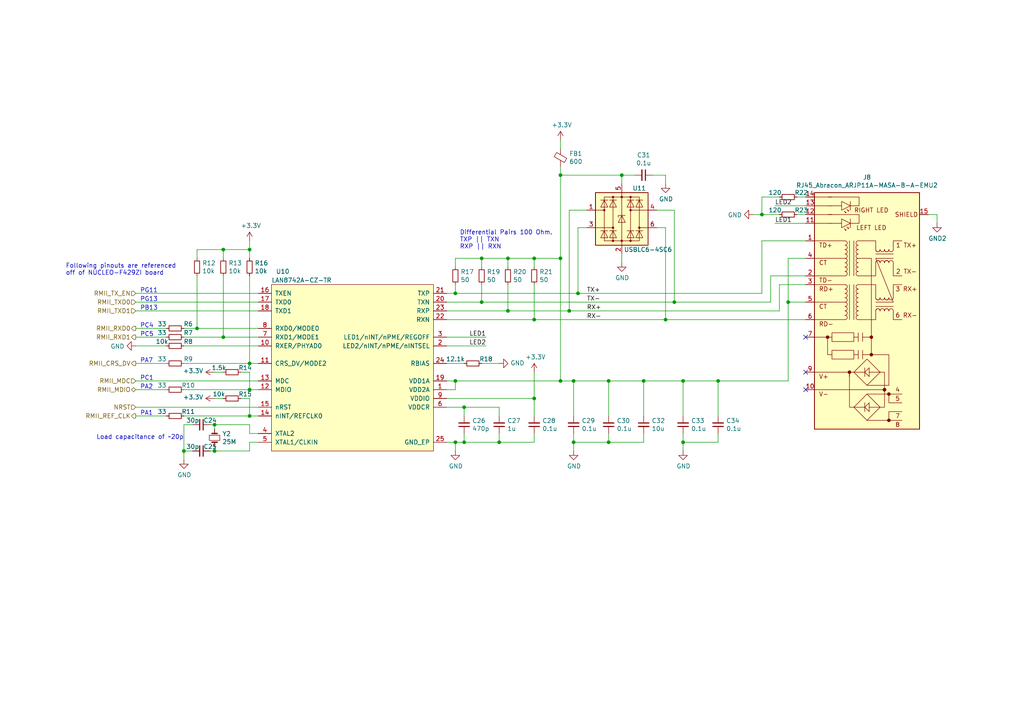
<source format=kicad_sch>
(kicad_sch (version 20230121) (generator eeschema)
  (paper "A4")
  (lib_symbols
    (symbol "Connector:RJ45_Abracon_ARJP11A-MASA-B-A-EMU2" (pin_names (offset 1.016) hide)
      (property "Reference" "J" (at 0 -38.1 0))
      (property "Value" "RJ45_Abracon_ARJP11A-MASA-B-A-EMU2" (at 0 -35.56 0))
      (symbol "RJ45_Abracon_ARJP11A-MASA-B-A-EMU2_0_0"
        (rectangle (start -15.24 -34.29) (end 15.24 34.29) (stroke (width 0.254)) (fill (type background)))
        (rectangle (start -3.81 8.89) (end -10.16 6.35))
        (polyline (pts (xy -15.24 -33.02) (xy -10.16 -33.02)))
        (polyline (pts (xy -15.24 -30.48) (xy -10.16 -30.48)))
        (polyline (pts (xy -15.24 -27.94) (xy -10.16 -27.94)))
        (polyline (pts (xy -15.24 -25.4) (xy -10.16 -25.4)))
        (polyline (pts (xy -15.24 -20.32) (xy -10.16 -20.32)))
        (polyline (pts (xy -15.24 -15.24) (xy -10.16 -15.24)))
        (polyline (pts (xy -15.24 -10.16) (xy -10.16 -10.16)))
        (polyline (pts (xy -15.24 -7.62) (xy -10.16 -7.62)))
        (polyline (pts (xy -15.24 -2.54) (xy -10.16 -2.54)))
        (polyline (pts (xy -15.24 2.54) (xy -10.16 2.54)))
        (polyline (pts (xy -15.24 22.86) (xy 5.08 22.86)))
        (polyline (pts (xy -11.43 7.62) (xy -15.24 7.62)))
        (polyline (pts (xy -11.176 -25.4) (xy -7.366 -25.4)))
        (polyline (pts (xy -10.16 7.62) (xy -11.43 7.62)))
        (polyline (pts (xy -5.08 17.78) (xy -15.24 17.78)))
        (polyline (pts (xy -5.08 17.78) (xy -3.81 17.78)))
        (polyline (pts (xy -5.08 19.05) (xy -5.08 17.78)))
        (polyline (pts (xy -3.81 7.62) (xy -2.54 7.62)))
        (polyline (pts (xy -3.81 12.7) (xy -2.54 12.7)))
        (polyline (pts (xy -2.54 8.89) (xy -2.54 6.35)))
        (polyline (pts (xy -1.27 8.89) (xy -1.27 6.35)))
        (polyline (pts (xy -1.27 13.97) (xy -1.27 11.43)))
        (polyline (pts (xy 0 21.59) (xy 6.35 21.59)))
        (polyline (pts (xy 0 24.13) (xy 10.16 24.13)))
        (polyline (pts (xy 0 31.75) (xy 10.16 31.75)))
        (polyline (pts (xy 1.27 10.16) (xy 1.27 12.7)))
        (polyline (pts (xy -10.16 12.7) (xy -11.43 12.7) (xy -11.43 7.62)))
        (polyline (pts (xy -3.81 27.94) (xy -5.08 27.94) (xy -5.08 17.78)))
        (polyline (pts (xy -1.27 12.7) (xy 0 12.7) (xy 1.27 12.7)))
        (polyline (pts (xy 1.27 12.7) (xy 6.35 12.7) (xy 6.35 21.59)))
        (polyline (pts (xy 6.35 24.13) (xy 6.35 26.67) (xy 10.16 26.67)))
        (polyline (pts (xy 6.35 31.75) (xy 6.35 29.21) (xy 10.16 29.21)))
        (polyline (pts (xy -4.826 -25.4) (xy -2.286 -25.4) (xy -2.286 -27.94) (xy -11.176 -27.94)))
        (polyline (pts (xy -2.54 -15.24) (xy -1.27 -15.24) (xy 1.27 -15.24) (xy 1.27 10.16)))
        (polyline (pts (xy 3.81 17.78) (xy 5.08 17.78) (xy 5.08 27.94) (xy 3.81 27.94)))
        (polyline (pts (xy -3.81 17.78) (xy 0 13.97) (xy 3.81 17.78) (xy 0 21.59) (xy -3.81 17.78)))
        (circle (center 1.27 7.62) (radius 0.0001) (stroke (width 0.508)))
        (text "1 TX+" (at 11.43 -19.05 0) (effects (font (size 1.27 1.27))))
        (text "2 TX-" (at 11.43 -11.43 0) (effects (font (size 1.27 1.27))))
        (text "3 RX+" (at 11.43 -6.35 0) (effects (font (size 1.27 1.27))))
        (text "4" (at 8.89 22.86 0) (effects (font (size 1.27 1.27))))
        (text "5" (at 8.89 25.4 0) (effects (font (size 1.27 1.27))))
        (text "6 RX-" (at 11.43 1.27 0) (effects (font (size 1.27 1.27))))
        (text "7" (at 8.89 30.48 0) (effects (font (size 1.27 1.27))))
        (text "8" (at 8.89 33.02 0) (effects (font (size 1.27 1.27))))
        (text "CT" (at -13.97 -1.27 0) (effects (font (size 1.27 1.27)) (justify left)))
        (text "LEFT LED" (at 1.27 -24.13 0) (effects (font (size 1.27 1.27))))
        (text "RD-" (at -13.97 3.81 0) (effects (font (size 1.27 1.27)) (justify left)))
        (text "SHIELD" (at 11.43 -27.94 0) (effects (font (size 1.27 1.27))))
        (text "V+" (at -13.97 19.05 0) (effects (font (size 1.27 1.27)) (justify left)))
        (text "V-" (at -13.97 24.13 0) (effects (font (size 1.27 1.27)) (justify left)))
      )
      (symbol "RJ45_Abracon_ARJP11A-MASA-B-A-EMU2_0_1"
        (arc (start -6.35 -16.51) (mid -5.7177 -15.875) (end -6.35 -15.24))
        (arc (start -6.35 -15.24) (mid -5.7177 -14.605) (end -6.35 -13.97))
        (arc (start -6.35 -13.97) (mid -6.35 -13.97) (end -6.35 -13.97))
        (arc (start -6.35 -11.43) (mid -5.7177 -10.795) (end -6.35 -10.16))
        (polyline (pts (xy -6.35 -20.32) (xy -10.16 -20.32)))
        (polyline (pts (xy -6.35 -15.24) (xy -10.16 -15.24)))
        (polyline (pts (xy -6.35 -10.16) (xy -10.16 -10.16)))
        (polyline (pts (xy -6.35 -7.62) (xy -10.16 -7.62)))
        (polyline (pts (xy -6.35 -2.54) (xy -10.16 -2.54)))
        (polyline (pts (xy -6.35 2.54) (xy -10.16 2.54)))
        (polyline (pts (xy -6.096 -28.448) (xy -6.35 -28.448)))
        (polyline (pts (xy -5.334 -28.956) (xy -5.588 -28.956)))
        (polyline (pts (xy -4.826 -24.13) (xy -4.826 -26.67)))
        (polyline (pts (xy -1.27 7.62) (xy 1.27 7.62)))
        (polyline (pts (xy -0.635 17.78) (xy -3.81 17.78)))
        (polyline (pts (xy -0.635 19.05) (xy -0.635 16.51)))
        (polyline (pts (xy 0.635 17.78) (xy 3.81 17.78)))
        (polyline (pts (xy -6.604 -28.956) (xy -6.096 -28.448) (xy -6.096 -28.702)))
        (polyline (pts (xy -5.842 -29.464) (xy -5.334 -28.956) (xy -5.334 -29.21)))
        (polyline (pts (xy -7.366 -24.13) (xy -7.366 -26.67) (xy -4.826 -25.4) (xy -7.366 -24.13)))
        (polyline (pts (xy 0.635 19.05) (xy 0.635 16.51) (xy -0.635 17.78) (xy 0.635 19.05)))
      )
      (symbol "RJ45_Abracon_ARJP11A-MASA-B-A-EMU2_1_1"
        (circle (center -11.43 7.62) (radius 0.0001) (stroke (width 0.508)))
        (arc (start -6.35 -20.32) (mid -5.7177 -19.685) (end -6.35 -19.05))
        (arc (start -6.35 -19.05) (mid -5.7177 -18.415) (end -6.35 -17.78))
        (arc (start -6.35 -17.78) (mid -6.35 -17.78) (end -6.35 -17.78))
        (arc (start -6.35 -17.78) (mid -5.7177 -17.145) (end -6.35 -16.51))
        (arc (start -6.35 -13.97) (mid -5.7177 -13.335) (end -6.35 -12.7))
        (arc (start -6.35 -12.7) (mid -5.7177 -12.065) (end -6.35 -11.43))
        (arc (start -6.35 -7.62) (mid -5.7177 -6.985) (end -6.35 -6.35))
        (arc (start -6.35 -6.35) (mid -5.7177 -5.715) (end -6.35 -5.08))
        (arc (start -6.35 -5.08) (mid -6.35 -5.08) (end -6.35 -5.08))
        (arc (start -6.35 -5.08) (mid -5.7177 -4.445) (end -6.35 -3.81))
        (arc (start -6.35 -3.81) (mid -6.35 -3.81) (end -6.35 -3.81))
        (arc (start -6.35 -3.81) (mid -5.7177 -3.175) (end -6.35 -2.54))
        (arc (start -6.35 -2.54) (mid -5.7177 -1.905) (end -6.35 -1.27))
        (arc (start -6.35 -1.27) (mid -5.7177 -0.635) (end -6.35 0))
        (arc (start -6.35 0) (mid -5.7177 0.635) (end -6.35 1.27))
        (arc (start -6.35 1.27) (mid -6.35 1.27) (end -6.35 1.27))
        (arc (start -6.35 1.27) (mid -5.7177 1.905) (end -6.35 2.54))
        (circle (center -5.08 17.78) (radius 0.0001) (stroke (width 0.508)))
        (rectangle (start -3.81 13.97) (end -10.16 11.43))
        (arc (start -2.54 -19.05) (mid -3.1723 -19.685) (end -2.54 -20.32))
        (arc (start -2.54 -19.05) (mid -2.54 -19.05) (end -2.54 -19.05))
        (arc (start -2.54 -17.78) (mid -3.1723 -18.415) (end -2.54 -19.05))
        (arc (start -2.54 -16.51) (mid -3.1723 -17.145) (end -2.54 -17.78))
        (arc (start -2.54 -15.24) (mid -3.1723 -15.875) (end -2.54 -16.51))
        (arc (start -2.54 -15.24) (mid -2.54 -15.24) (end -2.54 -15.24))
        (arc (start -2.54 -13.97) (mid -3.1723 -14.605) (end -2.54 -15.24))
        (arc (start -2.54 -12.7) (mid -3.1723 -13.335) (end -2.54 -13.97))
        (arc (start -2.54 -11.43) (mid -3.1723 -12.065) (end -2.54 -12.7))
        (arc (start -2.54 -10.16) (mid -3.1723 -10.795) (end -2.54 -11.43))
        (arc (start -2.54 -6.35) (mid -3.1723 -6.985) (end -2.54 -7.62))
        (arc (start -2.54 -6.35) (mid -2.54 -6.35) (end -2.54 -6.35))
        (arc (start -2.54 -5.08) (mid -3.1723 -5.715) (end -2.54 -6.35))
        (arc (start -2.54 -3.81) (mid -3.1723 -4.445) (end -2.54 -5.08))
        (arc (start -2.54 -3.81) (mid -2.54 -3.81) (end -2.54 -3.81))
        (arc (start -2.54 -2.54) (mid -3.1723 -3.175) (end -2.54 -3.81))
        (arc (start -2.54 -1.27) (mid -3.1723 -1.905) (end -2.54 -2.54))
        (arc (start -2.54 0) (mid -3.1723 -0.635) (end -2.54 -1.27))
        (arc (start -2.54 0) (mid -2.54 0) (end -2.54 0))
        (arc (start -2.54 1.27) (mid -3.1723 0.635) (end -2.54 0))
        (arc (start -2.54 2.54) (mid -3.1723 1.905) (end -2.54 1.27))
        (polyline (pts (xy -11.176 -30.48) (xy -7.366 -30.48)))
        (polyline (pts (xy -6.096 -23.368) (xy -6.35 -23.368)))
        (polyline (pts (xy -5.334 -23.876) (xy -5.588 -23.876)))
        (polyline (pts (xy -5.08 -10.16) (xy -5.08 -20.32)))
        (polyline (pts (xy -5.08 2.54) (xy -5.08 -7.62)))
        (polyline (pts (xy -4.826 -29.21) (xy -4.826 -31.75)))
        (polyline (pts (xy -3.81 -20.32) (xy -3.81 -10.16)))
        (polyline (pts (xy -3.81 -7.62) (xy -3.81 2.54)))
        (polyline (pts (xy -2.54 13.97) (xy -2.54 11.43)))
        (polyline (pts (xy -0.635 27.94) (xy -3.81 27.94)))
        (polyline (pts (xy -0.635 29.21) (xy -0.635 26.67)))
        (polyline (pts (xy 0.635 27.94) (xy 3.81 27.94)))
        (polyline (pts (xy 2.54 -16.51) (xy 7.62 -16.51)))
        (polyline (pts (xy 2.54 -15.24) (xy 7.62 -2.54)))
        (polyline (pts (xy 2.54 -2.54) (xy 7.62 -2.54)))
        (polyline (pts (xy 7.62 -15.24) (xy 2.54 -15.24)))
        (polyline (pts (xy 7.62 -1.27) (xy 2.54 -1.27)))
        (polyline (pts (xy -6.604 -23.876) (xy -6.096 -23.368) (xy -6.096 -23.622)))
        (polyline (pts (xy -5.842 -24.384) (xy -5.334 -23.876) (xy -5.334 -24.13)))
        (polyline (pts (xy -2.54 -10.16) (xy 2.54 -10.16) (xy 2.54 -13.97)))
        (polyline (pts (xy -2.54 -7.62) (xy 2.54 -7.62) (xy 2.54 -3.81)))
        (polyline (pts (xy -2.54 2.54) (xy 2.54 2.54) (xy 2.54 0)))
        (polyline (pts (xy 2.54 -17.78) (xy 2.54 -20.32) (xy -2.54 -20.32)))
        (polyline (pts (xy 7.62 -17.78) (xy 7.62 -20.32) (xy 10.16 -20.32)))
        (polyline (pts (xy 7.62 -13.97) (xy 7.62 -10.16) (xy 10.16 -10.16)))
        (polyline (pts (xy 7.62 -3.81) (xy 7.62 -7.62) (xy 10.16 -7.62)))
        (polyline (pts (xy 7.62 0) (xy 7.62 2.54) (xy 10.16 2.54)))
        (polyline (pts (xy -7.366 -29.21) (xy -7.366 -31.75) (xy -4.826 -30.48) (xy -7.366 -29.21)))
        (polyline (pts (xy -4.826 -30.48) (xy -2.286 -30.48) (xy -2.286 -33.02) (xy -11.176 -33.02)))
        (polyline (pts (xy 0.635 29.21) (xy 0.635 26.67) (xy -0.635 27.94) (xy 0.635 29.21)))
        (polyline (pts (xy -3.81 27.94) (xy 0 24.13) (xy 3.81 27.94) (xy 0 31.75) (xy -3.81 27.94)))
        (circle (center 1.27 12.7) (radius 0.0001) (stroke (width 0.508)))
        (arc (start 2.54 -17.78) (mid 2.54 -17.78) (end 2.54 -17.78))
        (arc (start 2.54 -13.97) (mid 3.175 -14.6023) (end 3.81 -13.97))
        (arc (start 2.54 -13.97) (mid 3.175 -14.6023) (end 3.81 -13.97))
        (arc (start 2.54 -3.81) (mid 2.54 -3.81) (end 2.54 -3.81))
        (arc (start 2.54 0) (mid 3.175 -0.6323) (end 3.81 0))
        (arc (start 2.54 0) (mid 3.175 -0.6323) (end 3.81 0))
        (arc (start 3.81 -17.78) (mid 3.175 -17.1477) (end 2.54 -17.78))
        (arc (start 3.81 -17.78) (mid 3.175 -17.1477) (end 2.54 -17.78))
        (arc (start 3.81 -13.97) (mid 3.81 -13.97) (end 3.81 -13.97))
        (arc (start 3.81 -13.97) (mid 4.445 -14.6023) (end 5.08 -13.97))
        (arc (start 3.81 -3.81) (mid 3.175 -3.1777) (end 2.54 -3.81))
        (arc (start 3.81 -3.81) (mid 3.175 -3.1777) (end 2.54 -3.81))
        (arc (start 3.81 0) (mid 3.81 0) (end 3.81 0))
        (arc (start 3.81 0) (mid 4.445 -0.6323) (end 5.08 0))
        (arc (start 5.08 -17.78) (mid 4.445 -17.1477) (end 3.81 -17.78))
        (arc (start 5.08 -17.78) (mid 5.08 -17.78) (end 5.08 -17.78))
        (arc (start 5.08 -13.97) (mid 5.715 -14.6023) (end 6.35 -13.97))
        (arc (start 5.08 -13.97) (mid 5.715 -14.6023) (end 6.35 -13.97))
        (arc (start 5.08 -3.81) (mid 4.445 -3.1777) (end 3.81 -3.81))
        (arc (start 5.08 -3.81) (mid 5.08 -3.81) (end 5.08 -3.81))
        (arc (start 5.08 0) (mid 5.715 -0.6323) (end 6.35 0))
        (arc (start 5.08 0) (mid 5.715 -0.6323) (end 6.35 0))
        (circle (center 5.08 22.86) (radius 0.0001) (stroke (width 0.508)))
        (circle (center 5.08 22.86) (radius 0.0001) (stroke (width 0.508)))
        (arc (start 6.35 -17.78) (mid 5.715 -17.1477) (end 5.08 -17.78))
        (arc (start 6.35 -17.78) (mid 5.715 -17.1477) (end 5.08 -17.78))
        (arc (start 6.35 -13.97) (mid 6.35 -13.97) (end 6.35 -13.97))
        (arc (start 6.35 -13.97) (mid 6.985 -14.6023) (end 7.62 -13.97))
        (arc (start 6.35 -3.81) (mid 5.715 -3.1777) (end 5.08 -3.81))
        (arc (start 6.35 -3.81) (mid 5.715 -3.1777) (end 5.08 -3.81))
        (arc (start 6.35 0) (mid 6.35 0) (end 6.35 0))
        (arc (start 6.35 0) (mid 6.985 -0.6323) (end 7.62 0))
        (circle (center 6.35 24.13) (radius 0.0001) (stroke (width 0.508)))
        (circle (center 6.35 31.75) (radius 0.0001) (stroke (width 0.508)))
        (arc (start 7.62 -17.78) (mid 6.985 -17.1477) (end 6.35 -17.78))
        (arc (start 7.62 -3.81) (mid 6.985 -3.1777) (end 6.35 -3.81))
        (text "CT" (at -13.97 -13.97 0) (effects (font (size 1.27 1.27)) (justify left)))
        (text "RD+" (at -13.97 -6.35 0) (effects (font (size 1.27 1.27)) (justify left)))
        (text "RIGHT LED" (at 1.27 -29.21 0) (effects (font (size 1.27 1.27))))
        (text "TD+" (at -13.97 -19.05 0) (effects (font (size 1.27 1.27)) (justify left)))
        (text "TD-" (at -13.97 -8.89 0) (effects (font (size 1.27 1.27)) (justify left)))
        (pin passive line (at -17.78 -20.32 0) (length 2.54) (name "TD+") (number "1"))
        (pin power_out line (at -17.78 22.86 0) (length 2.54) (name "V-") (number "10"))
        (pin passive line (at -17.78 -25.4 0) (length 2.54) (name "LLED+") (number "11"))
        (pin passive line (at -17.78 -27.94 0) (length 2.54) (name "LLED-") (number "12"))
        (pin passive line (at -17.78 -30.48 0) (length 2.54) (name "RLED+") (number "13"))
        (pin passive line (at -17.78 -33.02 0) (length 2.54) (name "RLED-") (number "14"))
        (pin passive line (at 17.78 -27.94 180) (length 2.54) (name "SHIELD") (number "15"))
        (pin passive line (at -17.78 -10.16 0) (length 2.54) (name "TD-") (number "2"))
        (pin passive line (at -17.78 -7.62 0) (length 2.54) (name "RD+") (number "3"))
        (pin passive line (at -17.78 -15.24 0) (length 2.54) (name "CT") (number "4"))
        (pin passive line (at -17.78 -2.54 0) (length 2.54) (name "CT") (number "5"))
        (pin passive line (at -17.78 2.54 0) (length 2.54) (name "RD-") (number "6"))
        (pin passive line (at -17.78 7.62 0) (length 2.54) (name "7") (number "7"))
        (pin power_out line (at -17.78 17.78 0) (length 2.54) (name "V+") (number "9"))
      )
    )
    (symbol "Device:C_Small" (pin_numbers hide) (pin_names (offset 0.254) hide)
      (property "Reference" "C" (at 0.254 1.778 0))
      (property "Value" "C_Small" (at 0.254 -2.032 0))
      (symbol "C_Small_0_1"
        (polyline (pts (xy -1.524 -0.508) (xy 1.524 -0.508)) (stroke (width 0.3302)))
        (polyline (pts (xy -1.524 0.508) (xy 1.524 0.508)) (stroke (width 0.3048)))
      )
      (symbol "C_Small_1_1"
        (pin passive line (at 0 2.54 270) (length 2.032) (name "~") (number "1"))
        (pin passive line (at 0 -2.54 90) (length 2.032) (name "~") (number "2"))
      )
    )
    (symbol "Device:Crystal_Small" (pin_numbers hide) (pin_names (offset 1.016) hide)
      (property "Reference" "Y" (at 0 2.54 0))
      (property "Value" "Crystal_Small" (at 0 -2.54 0))
      (symbol "Crystal_Small_0_1"
        (rectangle (start -0.762 -1.524) (end 0.762 1.524))
        (polyline (pts (xy -1.27 -0.762) (xy -1.27 0.762)) (stroke (width 0.381)))
        (polyline (pts (xy 1.27 -0.762) (xy 1.27 0.762)) (stroke (width 0.381)))
      )
      (symbol "Crystal_Small_1_1"
        (pin passive line (at -2.54 0 0) (length 1.27) (name "1") (number "1"))
        (pin passive line (at 2.54 0 180) (length 1.27) (name "2") (number "2"))
      )
    )
    (symbol "Device:FerriteBead_Small" (pin_numbers hide) (pin_names (offset 0))
      (property "Reference" "FB" (at 1.905 1.27 0))
      (property "Value" "FerriteBead_Small" (at 1.905 -1.27 0))
      (symbol "FerriteBead_Small_0_1"
        (polyline (pts (xy 0 -1.27) (xy 0 -0.7874)))
        (polyline (pts (xy 0 0.889) (xy 0 1.2954)))
        (polyline (pts (xy -1.8288 0.2794) (xy -1.1176 1.4986) (xy 1.8288 -0.2032) (xy 1.1176 -1.4224) (xy -1.8288 0.2794)))
      )
      (symbol "FerriteBead_Small_1_1"
        (pin passive line (at 0 2.54 270) (length 1.27) (name "~") (number "1"))
        (pin passive line (at 0 -2.54 90) (length 1.27) (name "~") (number "2"))
      )
    )
    (symbol "Device:R_Small" (pin_numbers hide) (pin_names (offset 0.254) hide)
      (property "Reference" "R" (at 0.762 0.508 0))
      (property "Value" "R_Small" (at 0.762 -1.016 0))
      (symbol "R_Small_0_1"
        (rectangle (start -0.762 1.778) (end 0.762 -1.778) (stroke (width 0.2032)))
      )
      (symbol "R_Small_1_1"
        (pin passive line (at 0 2.54 270) (length 0.762) (name "~") (number "1"))
        (pin passive line (at 0 -2.54 90) (length 0.762) (name "~") (number "2"))
      )
    )
    (symbol "Power_Protection:USBLC6-4SC6" (pin_names hide)
      (property "Reference" "U" (at 2.54 8.89 0))
      (property "Value" "USBLC6-4SC6" (at 2.54 -8.89 0))
      (symbol "USBLC6-4SC6_0_1"
        (rectangle (start -7.62 -7.62) (end 7.62 7.62) (stroke (width 0.254)) (fill (type background)))
        (circle (center -5.08 2.54) (radius 0.254) (fill (type outline)))
        (circle (center -2.54 -6.35) (radius 0.254) (fill (type outline)))
        (circle (center -2.54 -2.54) (radius 0.254) (fill (type outline)))
        (circle (center -2.54 6.35) (radius 0.254) (fill (type outline)))
        (rectangle (start -2.54 6.35) (end 2.54 -6.35))
        (circle (center 0 -6.35) (radius 0.254) (fill (type outline)))
        (polyline (pts (xy -5.08 2.54) (xy -7.62 2.54)))
        (polyline (pts (xy -4.064 -3.429) (xy -6.096 -3.429)))
        (polyline (pts (xy -4.064 5.461) (xy -6.096 5.461)))
        (polyline (pts (xy -2.54 -2.54) (xy -7.62 -2.54)))
        (polyline (pts (xy -1.524 -3.429) (xy -3.556 -3.429)))
        (polyline (pts (xy -1.524 5.461) (xy -3.556 5.461)))
        (polyline (pts (xy 0 -7.62) (xy 0 -6.35)))
        (polyline (pts (xy 0 -6.35) (xy 0 1.27)))
        (polyline (pts (xy 0 1.27) (xy 0 6.35)))
        (polyline (pts (xy 0 6.35) (xy 0 7.62)))
        (polyline (pts (xy 1.524 -3.429) (xy 3.556 -3.429)))
        (polyline (pts (xy 1.524 5.461) (xy 3.556 5.461)))
        (polyline (pts (xy 2.54 2.54) (xy 7.62 2.54)))
        (polyline (pts (xy 4.064 -3.429) (xy 6.096 -3.429)))
        (polyline (pts (xy 4.064 5.461) (xy 6.096 5.461)))
        (polyline (pts (xy 5.08 -2.54) (xy 7.62 -2.54)))
        (polyline (pts (xy -6.096 -5.461) (xy -4.064 -5.461) (xy -5.08 -3.429) (xy -6.096 -5.461)))
        (polyline (pts (xy -6.096 3.429) (xy -4.064 3.429) (xy -5.08 5.461) (xy -6.096 3.429)))
        (polyline (pts (xy -3.556 -5.461) (xy -1.524 -5.461) (xy -2.54 -3.429) (xy -3.556 -5.461)))
        (polyline (pts (xy -3.556 3.429) (xy -1.524 3.429) (xy -2.54 5.461) (xy -3.556 3.429)))
        (polyline (pts (xy -2.54 6.35) (xy -5.08 6.35) (xy -5.08 -6.35) (xy -2.54 -6.35)))
        (polyline (pts (xy -1.016 -1.016) (xy 1.016 -1.016) (xy 0 1.016) (xy -1.016 -1.016)))
        (polyline (pts (xy 1.016 1.016) (xy 0.762 1.016) (xy -1.016 1.016) (xy -1.016 0.508)))
        (polyline (pts (xy 2.54 6.35) (xy 5.08 6.35) (xy 5.08 -6.35) (xy 2.54 -6.35)))
        (polyline (pts (xy 3.556 -5.461) (xy 1.524 -5.461) (xy 2.54 -3.429) (xy 3.556 -5.461)))
        (polyline (pts (xy 3.556 3.429) (xy 1.524 3.429) (xy 2.54 5.461) (xy 3.556 3.429)))
        (polyline (pts (xy 6.096 -5.461) (xy 4.064 -5.461) (xy 5.08 -3.429) (xy 6.096 -5.461)))
        (polyline (pts (xy 6.096 3.429) (xy 4.064 3.429) (xy 5.08 5.461) (xy 6.096 3.429)))
        (circle (center 0 6.35) (radius 0.254) (fill (type outline)))
        (circle (center 2.54 -6.35) (radius 0.254) (fill (type outline)))
        (circle (center 2.54 2.54) (radius 0.254) (fill (type outline)))
        (circle (center 2.54 6.35) (radius 0.254) (fill (type outline)))
        (circle (center 5.08 -2.54) (radius 0.254) (fill (type outline)))
      )
      (symbol "USBLC6-4SC6_1_1"
        (pin passive line (at -10.16 2.54 0) (length 2.54) (name "I/O1") (number "1"))
        (pin passive line (at 0 -10.16 90) (length 2.54) (name "GND") (number "2"))
        (pin passive line (at -10.16 -2.54 0) (length 2.54) (name "I/O2") (number "3"))
        (pin passive line (at 10.16 2.54 180) (length 2.54) (name "I/O3") (number "4"))
        (pin passive line (at 0 10.16 270) (length 2.54) (name "VBUS") (number "5"))
        (pin passive line (at 10.16 -2.54 180) (length 2.54) (name "I/O4") (number "6"))
      )
    )
    (symbol "power:+3.3V" (power) (pin_names (offset 0))
      (property "Value" "+3.3V" (at 0 3.556 0))
      (symbol "+3.3V_0_1"
        (polyline (pts (xy -0.762 1.27) (xy 0 2.54)))
        (polyline (pts (xy 0 0) (xy 0 2.54)))
        (polyline (pts (xy 0 2.54) (xy 0.762 1.27)))
      )
      (symbol "+3.3V_1_1"
        (pin power_in line (at 0 0 90) (length 0) hide (name "+3.3V") (number "1"))
      )
    )
    (symbol "power:GND" (power) (pin_names (offset 0))
      (property "Value" "GND" (at 0 -3.81 0))
      (symbol "GND_0_1"
        (polyline (pts (xy 0 0) (xy 0 -1.27) (xy 1.27 -1.27) (xy 0 -2.54) (xy -1.27 -1.27) (xy 0 -1.27)))
      )
      (symbol "GND_1_1"
        (pin power_in line (at 0 0 270) (length 0) hide (name "GND") (number "1"))
      )
    )
    (symbol "power:GND2" (power) (pin_names (offset 0))
      (property "Value" "GND2" (at 0 -3.81 0))
      (symbol "GND2_0_1"
        (polyline (pts (xy 0 0) (xy 0 -1.27) (xy 1.27 -1.27) (xy 0 -2.54) (xy -1.27 -1.27) (xy 0 -1.27)))
      )
      (symbol "GND2_1_1"
        (pin power_in line (at 0 0 270) (length 0) hide (name "GND2") (number "1"))
      )
    )
    (symbol "utsvt-chips:LAN8742A-CZ-TR" (pin_names (offset 1.016))
      (property "Reference" "U" (at -15.24 3.81 0))
      (property "Value" "LAN8742A-CZ-TR" (at -7.62 1.27 0))
      (symbol "LAN8742A-CZ-TR_0_1"
        (rectangle (start -17.78 0) (end 29.21 -48.26) (fill (type background)))
      )
      (symbol "LAN8742A-CZ-TR_1_1"
        (pin power_in line (at 33.02 -30.48 180) (length 3.81) (name "VDD2A") (number "1"))
        (pin output line (at -21.59 -17.78 0) (length 3.81) (name "RXER/PHYAD0") (number "10"))
        (pin output line (at -21.59 -22.86 0) (length 3.81) (name "CRS_DV/MODE2") (number "11"))
        (pin output line (at -21.59 -30.48 0) (length 3.81) (name "MDIO") (number "12"))
        (pin input line (at -21.59 -27.94 0) (length 3.81) (name "MDC") (number "13"))
        (pin output line (at -21.59 -38.1 0) (length 3.81) (name "nINT/REFCLK0") (number "14"))
        (pin bidirectional line (at -21.59 -35.56 0) (length 3.81) (name "nRST") (number "15"))
        (pin input line (at -21.59 -2.54 0) (length 3.81) (name "TXEN") (number "16"))
        (pin input line (at -21.59 -5.08 0) (length 3.81) (name "TXD0") (number "17"))
        (pin input line (at -21.59 -7.62 0) (length 3.81) (name "TXD1") (number "18"))
        (pin power_in line (at 33.02 -27.94 180) (length 3.81) (name "VDD1A") (number "19"))
        (pin bidirectional line (at 33.02 -17.78 180) (length 3.81) (name "LED2/nINT/nPME/nINTSEL") (number "2"))
        (pin output line (at 33.02 -5.08 180) (length 3.81) (name "TXN") (number "20"))
        (pin output line (at 33.02 -2.54 180) (length 3.81) (name "TXP") (number "21"))
        (pin input line (at 33.02 -10.16 180) (length 3.81) (name "RXN") (number "22"))
        (pin input line (at 33.02 -7.62 180) (length 3.81) (name "RXP") (number "23"))
        (pin passive line (at 33.02 -22.86 180) (length 3.81) (name "RBIAS") (number "24"))
        (pin power_in line (at 33.02 -45.72 180) (length 3.81) (name "GND_EP") (number "25"))
        (pin bidirectional line (at 33.02 -15.24 180) (length 3.81) (name "LED1/nINT/nPME/REGOFF") (number "3"))
        (pin passive line (at -21.59 -43.18 0) (length 3.81) (name "XTAL2") (number "4"))
        (pin passive line (at -21.59 -45.72 0) (length 3.81) (name "XTAL1/CLKIN") (number "5"))
        (pin power_in line (at 33.02 -35.56 180) (length 3.81) (name "VDDCR") (number "6"))
        (pin output line (at -21.59 -15.24 0) (length 3.81) (name "RXD1/MODE1") (number "7"))
        (pin output line (at -21.59 -12.7 0) (length 3.81) (name "RXD0/MODE0") (number "8"))
        (pin power_in line (at 33.02 -33.02 180) (length 3.81) (name "VDDIO") (number "9"))
      )
    )
  )
  (junction (at 165.1 90.17))
  (junction (at 72.39 113.03))
  (junction (at 132.08 128.27))
  (junction (at 208.28 110.49))
  (junction (at 186.69 110.49))
  (junction (at 193.04 92.71))
  (junction (at 72.39 72.39))
  (junction (at 139.7 74.93))
  (junction (at 72.39 105.41))
  (junction (at 162.56 74.93))
  (junction (at 64.77 72.39))
  (junction (at 220.98 62.23))
  (junction (at 162.56 110.49))
  (junction (at 144.78 128.27))
  (junction (at 180.34 50.8))
  (junction (at 72.39 120.65))
  (junction (at 62.23 123.19))
  (junction (at 198.12 110.49))
  (junction (at 195.58 87.63))
  (junction (at 176.53 128.27))
  (junction (at 53.34 130.81))
  (junction (at 147.32 90.17))
  (junction (at 132.08 110.49))
  (junction (at 154.94 74.93))
  (junction (at 166.37 110.49))
  (junction (at 134.62 128.27))
  (junction (at 154.94 115.57))
  (junction (at 64.77 97.79))
  (junction (at 132.08 85.09))
  (junction (at 166.37 128.27))
  (junction (at 198.12 128.27))
  (junction (at 167.64 85.09))
  (junction (at 154.94 92.71))
  (junction (at 228.6 87.63))
  (junction (at 147.32 74.93))
  (junction (at 139.7 87.63))
  (junction (at 134.62 118.11))
  (junction (at 57.15 95.25))
  (junction (at 62.23 130.81))
  (junction (at 176.53 110.49))
  (junction (at 162.56 50.8))
  (no_connect (at 233.68 97.79))
  (no_connect (at 233.68 107.95))
  (no_connect (at 233.68 113.03))
  (wire (pts (xy 53.34 113.03) (xy 72.39 113.03)))
  (wire (pts (xy 134.62 128.27) (xy 134.62 125.73)))
  (wire (pts (xy 39.37 85.09) (xy 74.93 85.09)))
  (wire (pts (xy 129.54 90.17) (xy 147.32 90.17)))
  (wire (pts (xy 176.53 128.27) (xy 186.69 128.27)))
  (wire (pts (xy 167.64 85.09) (xy 220.98 85.09)))
  (wire (pts (xy 154.94 77.47) (xy 154.94 74.93)))
  (wire (pts (xy 64.77 72.39) (xy 72.39 72.39)))
  (wire (pts (xy 231.14 62.23) (xy 233.68 62.23)))
  (wire (pts (xy 72.39 130.81) (xy 62.23 130.81)))
  (wire (pts (xy 53.34 100.33) (xy 74.93 100.33)))
  (wire (pts (xy 198.12 120.65) (xy 198.12 110.49)))
  (wire (pts (xy 72.39 69.85) (xy 72.39 72.39)))
  (wire (pts (xy 198.12 130.81) (xy 198.12 128.27)))
  (wire (pts (xy 53.34 130.81) (xy 53.34 123.19)))
  (wire (pts (xy 223.52 87.63) (xy 195.58 87.63)))
  (wire (pts (xy 62.23 115.57) (xy 64.77 115.57)))
  (wire (pts (xy 139.7 74.93) (xy 147.32 74.93)))
  (wire (pts (xy 165.1 90.17) (xy 226.06 90.17)))
  (wire (pts (xy 162.56 74.93) (xy 162.56 110.49)))
  (wire (pts (xy 220.98 69.85) (xy 233.68 69.85)))
  (wire (pts (xy 271.78 62.23) (xy 269.24 62.23)))
  (wire (pts (xy 154.94 92.71) (xy 154.94 82.55)))
  (wire (pts (xy 167.64 66.04) (xy 167.64 85.09)))
  (wire (pts (xy 176.53 120.65) (xy 176.53 110.49)))
  (wire (pts (xy 166.37 120.65) (xy 166.37 110.49)))
  (wire (pts (xy 72.39 80.01) (xy 72.39 105.41)))
  (wire (pts (xy 132.08 128.27) (xy 129.54 128.27)))
  (wire (pts (xy 193.04 53.34) (xy 193.04 50.8)))
  (wire (pts (xy 132.08 113.03) (xy 132.08 110.49)))
  (wire (pts (xy 223.52 80.01) (xy 233.68 80.01)))
  (wire (pts (xy 144.78 105.41) (xy 139.7 105.41)))
  (wire (pts (xy 223.52 80.01) (xy 223.52 87.63)))
  (wire (pts (xy 129.54 97.79) (xy 140.97 97.79)))
  (wire (pts (xy 132.08 85.09) (xy 167.64 85.09)))
  (wire (pts (xy 69.85 107.95) (xy 72.39 107.95)))
  (wire (pts (xy 147.32 90.17) (xy 165.1 90.17)))
  (wire (pts (xy 55.88 130.81) (xy 53.34 130.81)))
  (wire (pts (xy 132.08 85.09) (xy 132.08 82.55)))
  (wire (pts (xy 72.39 107.95) (xy 72.39 113.03)))
  (wire (pts (xy 139.7 77.47) (xy 139.7 74.93)))
  (wire (pts (xy 57.15 72.39) (xy 64.77 72.39)))
  (wire (pts (xy 62.23 107.95) (xy 64.77 107.95)))
  (wire (pts (xy 195.58 87.63) (xy 195.58 60.96)))
  (wire (pts (xy 208.28 128.27) (xy 198.12 128.27)))
  (wire (pts (xy 74.93 110.49) (xy 39.37 110.49)))
  (wire (pts (xy 139.7 87.63) (xy 139.7 82.55)))
  (wire (pts (xy 186.69 128.27) (xy 186.69 125.73)))
  (wire (pts (xy 233.68 87.63) (xy 228.6 87.63)))
  (wire (pts (xy 72.39 125.73) (xy 74.93 125.73)))
  (wire (pts (xy 154.94 120.65) (xy 154.94 115.57)))
  (wire (pts (xy 170.18 66.04) (xy 167.64 66.04)))
  (wire (pts (xy 64.77 80.01) (xy 64.77 97.79)))
  (wire (pts (xy 64.77 74.93) (xy 64.77 72.39)))
  (wire (pts (xy 226.06 62.23) (xy 220.98 62.23)))
  (wire (pts (xy 154.94 92.71) (xy 193.04 92.71)))
  (wire (pts (xy 53.34 105.41) (xy 72.39 105.41)))
  (wire (pts (xy 220.98 62.23) (xy 220.98 57.15)))
  (wire (pts (xy 193.04 50.8) (xy 189.23 50.8)))
  (wire (pts (xy 190.5 66.04) (xy 193.04 66.04)))
  (wire (pts (xy 180.34 76.2) (xy 180.34 73.66)))
  (wire (pts (xy 180.34 50.8) (xy 184.15 50.8)))
  (wire (pts (xy 162.56 50.8) (xy 180.34 50.8)))
  (wire (pts (xy 176.53 110.49) (xy 166.37 110.49)))
  (wire (pts (xy 69.85 115.57) (xy 72.39 115.57)))
  (wire (pts (xy 72.39 128.27) (xy 72.39 130.81)))
  (wire (pts (xy 134.62 105.41) (xy 129.54 105.41)))
  (wire (pts (xy 147.32 90.17) (xy 147.32 82.55)))
  (wire (pts (xy 140.97 100.33) (xy 129.54 100.33)))
  (wire (pts (xy 233.68 64.77) (xy 224.79 64.77)))
  (wire (pts (xy 228.6 74.93) (xy 228.6 87.63)))
  (wire (pts (xy 170.18 60.96) (xy 165.1 60.96)))
  (wire (pts (xy 48.26 105.41) (xy 39.37 105.41)))
  (wire (pts (xy 162.56 48.26) (xy 162.56 50.8)))
  (wire (pts (xy 271.78 64.77) (xy 271.78 62.23)))
  (wire (pts (xy 48.26 95.25) (xy 39.37 95.25)))
  (wire (pts (xy 147.32 74.93) (xy 154.94 74.93)))
  (wire (pts (xy 166.37 128.27) (xy 166.37 125.73)))
  (wire (pts (xy 231.14 57.15) (xy 233.68 57.15)))
  (wire (pts (xy 228.6 110.49) (xy 208.28 110.49)))
  (wire (pts (xy 220.98 85.09) (xy 220.98 69.85)))
  (wire (pts (xy 129.54 85.09) (xy 132.08 85.09)))
  (wire (pts (xy 186.69 110.49) (xy 198.12 110.49)))
  (wire (pts (xy 129.54 87.63) (xy 139.7 87.63)))
  (wire (pts (xy 62.23 124.46) (xy 62.23 123.19)))
  (wire (pts (xy 62.23 130.81) (xy 62.23 129.54)))
  (wire (pts (xy 154.94 74.93) (xy 162.56 74.93)))
  (wire (pts (xy 162.56 40.64) (xy 162.56 43.18)))
  (wire (pts (xy 154.94 107.95) (xy 154.94 115.57)))
  (wire (pts (xy 132.08 128.27) (xy 134.62 128.27)))
  (wire (pts (xy 195.58 60.96) (xy 190.5 60.96)))
  (wire (pts (xy 154.94 115.57) (xy 129.54 115.57)))
  (wire (pts (xy 180.34 53.34) (xy 180.34 50.8)))
  (wire (pts (xy 220.98 57.15) (xy 226.06 57.15)))
  (wire (pts (xy 53.34 133.35) (xy 53.34 130.81)))
  (wire (pts (xy 72.39 72.39) (xy 72.39 74.93)))
  (wire (pts (xy 72.39 113.03) (xy 74.93 113.03)))
  (wire (pts (xy 62.23 123.19) (xy 72.39 123.19)))
  (wire (pts (xy 166.37 110.49) (xy 162.56 110.49)))
  (wire (pts (xy 193.04 92.71) (xy 233.68 92.71)))
  (wire (pts (xy 74.93 128.27) (xy 72.39 128.27)))
  (wire (pts (xy 57.15 95.25) (xy 74.93 95.25)))
  (wire (pts (xy 72.39 105.41) (xy 74.93 105.41)))
  (wire (pts (xy 129.54 113.03) (xy 132.08 113.03)))
  (wire (pts (xy 53.34 95.25) (xy 57.15 95.25)))
  (wire (pts (xy 228.6 87.63) (xy 228.6 110.49)))
  (wire (pts (xy 39.37 87.63) (xy 74.93 87.63)))
  (wire (pts (xy 60.96 130.81) (xy 62.23 130.81)))
  (wire (pts (xy 132.08 77.47) (xy 132.08 74.93)))
  (wire (pts (xy 144.78 128.27) (xy 144.78 125.73)))
  (wire (pts (xy 166.37 130.81) (xy 166.37 128.27)))
  (wire (pts (xy 139.7 87.63) (xy 195.58 87.63)))
  (wire (pts (xy 64.77 97.79) (xy 53.34 97.79)))
  (wire (pts (xy 39.37 90.17) (xy 74.93 90.17)))
  (wire (pts (xy 162.56 110.49) (xy 132.08 110.49)))
  (wire (pts (xy 39.37 97.79) (xy 48.26 97.79)))
  (wire (pts (xy 132.08 74.93) (xy 139.7 74.93)))
  (wire (pts (xy 186.69 120.65) (xy 186.69 110.49)))
  (wire (pts (xy 74.93 118.11) (xy 39.37 118.11)))
  (wire (pts (xy 162.56 50.8) (xy 162.56 74.93)))
  (wire (pts (xy 132.08 110.49) (xy 129.54 110.49)))
  (wire (pts (xy 144.78 118.11) (xy 144.78 120.65)))
  (wire (pts (xy 147.32 77.47) (xy 147.32 74.93)))
  (wire (pts (xy 134.62 128.27) (xy 144.78 128.27)))
  (wire (pts (xy 208.28 125.73) (xy 208.28 128.27)))
  (wire (pts (xy 176.53 128.27) (xy 176.53 125.73)))
  (wire (pts (xy 233.68 59.69) (xy 224.79 59.69)))
  (wire (pts (xy 48.26 113.03) (xy 39.37 113.03)))
  (wire (pts (xy 74.93 120.65) (xy 72.39 120.65)))
  (wire (pts (xy 129.54 118.11) (xy 134.62 118.11)))
  (wire (pts (xy 208.28 120.65) (xy 208.28 110.49)))
  (wire (pts (xy 53.34 123.19) (xy 55.88 123.19)))
  (wire (pts (xy 57.15 74.93) (xy 57.15 72.39)))
  (wire (pts (xy 134.62 118.11) (xy 134.62 120.65)))
  (wire (pts (xy 154.94 92.71) (xy 129.54 92.71)))
  (wire (pts (xy 233.68 74.93) (xy 228.6 74.93)))
  (wire (pts (xy 144.78 128.27) (xy 154.94 128.27)))
  (wire (pts (xy 39.37 100.33) (xy 48.26 100.33)))
  (wire (pts (xy 226.06 90.17) (xy 226.06 82.55)))
  (wire (pts (xy 198.12 128.27) (xy 198.12 125.73)))
  (wire (pts (xy 193.04 66.04) (xy 193.04 92.71)))
  (wire (pts (xy 220.98 62.23) (xy 218.44 62.23)))
  (wire (pts (xy 53.34 120.65) (xy 72.39 120.65)))
  (wire (pts (xy 166.37 128.27) (xy 176.53 128.27)))
  (wire (pts (xy 72.39 115.57) (xy 72.39 120.65)))
  (wire (pts (xy 48.26 120.65) (xy 39.37 120.65)))
  (wire (pts (xy 154.94 128.27) (xy 154.94 125.73)))
  (wire (pts (xy 233.68 82.55) (xy 226.06 82.55)))
  (wire (pts (xy 165.1 60.96) (xy 165.1 90.17)))
  (wire (pts (xy 57.15 80.01) (xy 57.15 95.25)))
  (wire (pts (xy 132.08 130.81) (xy 132.08 128.27)))
  (wire (pts (xy 186.69 110.49) (xy 176.53 110.49)))
  (wire (pts (xy 62.23 123.19) (xy 60.96 123.19)))
  (wire (pts (xy 198.12 110.49) (xy 208.28 110.49)))
  (wire (pts (xy 74.93 97.79) (xy 64.77 97.79)))
  (wire (pts (xy 134.62 118.11) (xy 144.78 118.11)))
  (wire (pts (xy 72.39 123.19) (xy 72.39 125.73)))
  (text "Differential Pairs 100 Ohm.\nTXP || TXN\nRXP || RXN" (at 133.35 72.39 0) (effects (font (size 1.27 1.27)) (justify left bottom)))
  (text "PA1" (at 40.64 120.65 0) (effects (font (size 1.27 1.27)) (justify left bottom)))
  (text "Load capacitance of ~20p" (at 27.94 127.635 0) (effects (font (size 1.27 1.27)) (justify left bottom)))
  (text "Following pinouts are referenced\noff of NUCLEO-F429ZI board" (at 19.05 80.01 0) (effects (font (size 1.27 1.27)) (justify left bottom)))
  (text "PA7" (at 40.64 105.41 0) (effects (font (size 1.27 1.27)) (justify left bottom)))
  (text "PG13" (at 40.64 87.63 0) (effects (font (size 1.27 1.27)) (justify left bottom)))
  (text "PC4" (at 40.64 95.25 0) (effects (font (size 1.27 1.27)) (justify left bottom)))
  (text "PB13" (at 40.64 90.17 0) (effects (font (size 1.27 1.27)) (justify left bottom)))
  (text "PC1" (at 40.64 110.49 0) (effects (font (size 1.27 1.27)) (justify left bottom)))
  (text "PA2" (at 40.64 113.03 0) (effects (font (size 1.27 1.27)) (justify left bottom)))
  (text "PG11" (at 40.64 85.09 0) (effects (font (size 1.27 1.27)) (justify left bottom)))
  (text "PC5" (at 40.64 97.79 0) (effects (font (size 1.27 1.27)) (justify left bottom)))
  (label "RX+" (at 170.18 90.17 0))
  (label "RX-" (at 170.18 92.71 0))
  (label "TX-" (at 170.18 87.63 0))
  (label "LED1" (at 224.79 64.77 0))
  (label "LED2" (at 140.97 100.33 180))
  (label "LED1" (at 140.97 97.79 180))
  (label "LED2" (at 224.79 59.69 0))
  (label "TX+" (at 170.18 85.09 0))
  (hierarchical_label "NRST" (shape input) (at 39.37 118.11 180))
  (hierarchical_label "RMII_TX_EN" (shape input) (at 39.37 85.09 180))
  (hierarchical_label "RMII_RXD1" (shape output) (at 39.37 97.79 180))
  (hierarchical_label "RMII_MDC" (shape input) (at 39.37 110.49 180))
  (hierarchical_label "RMII_CRS_DV" (shape output) (at 39.37 105.41 180))
  (hierarchical_label "RMII_RXD0" (shape output) (at 39.37 95.25 180))
  (hierarchical_label "RMII_TXD0" (shape input) (at 39.37 87.63 180))
  (hierarchical_label "RMII_TXD1" (shape input) (at 39.37 90.17 180))
  (hierarchical_label "RMII_REF_CLK" (shape output) (at 39.37 120.65 180))
  (hierarchical_label "RMII_MDIO" (shape bidirectional) (at 39.37 113.03 180))
  (symbol (lib_id "Power_Protection:USBLC6-4SC6") (at 180.34 63.5 0) (unit 1)
    (property "Reference" "U11" (at 185.42 54.61 0))
    (property "Value" "USBLC6-4SC6" (at 187.96 72.39 0))
    (property "Footprint" "Package_TO_SOT_SMD:SOT-23-6" (effects hide))
    (property "Datasheet" "https://www.mouser.com/datasheet/2/389/usblc6_4-1852747.pdf" (effects hide))
    (property "P/N" "USBLC6-4SC6" (effects hide))
  )
  (symbol (lib_id "utsvt-chips:LAN8742A-CZ-TR") (at 96.52 82.55 0) (unit 1)
    (property "Reference" "U10" (at 80.01 78.74 0) (effects (justify left)))
    (property "Value" "LAN8742A-CZ-TR" (at 78.74 81.28 0) (effects (justify left)))
    (property "Footprint" "UTSVT_ICs:LAN8742AI-CZ-TR" (effects hide))
    (property "Datasheet" "https://www.mouser.com/datasheet/2/268/DS_LAN8742_00001989A-1534922.pdf" (effects hide))
    (property "P/N" "LAN8742A-CZ-TR" (effects hide))
  )
  (symbol (lib_id "Device:R_Small") (at 72.39 77.47 0) (unit 1)
    (property "Reference" "R16" (at 73.8886 76.3016 0) (effects (justify left)))
    (property "Value" "10k" (at 73.8886 78.613 0) (effects (justify left)))
    (property "Footprint" "Resistor_SMD:R_0805_2012Metric" (effects hide))
    (property "Datasheet" "https://www.mouser.com/datasheet/2/427/dcrcwe3-1762152.pdf" (effects hide))
    (property "P/N" "CRCW080510K0FKEAC" (effects hide))
  )
  (symbol (lib_id "power:+3.3V") (at 72.39 69.85 0) (unit 1)
    (property "Reference" "#PWR0132" (effects hide))
    (property "Value" "+3.3V" (at 72.771 65.4558 0))
  )
  (symbol (lib_id "Device:R_Small") (at 64.77 77.47 0) (unit 1)
    (property "Reference" "R13" (at 66.2686 76.3016 0) (effects (justify left)))
    (property "Value" "10k" (at 66.2686 78.613 0) (effects (justify left)))
    (property "Footprint" "Resistor_SMD:R_0805_2012Metric" (effects hide))
    (property "Datasheet" "https://www.mouser.com/datasheet/2/427/dcrcwe3-1762152.pdf" (effects hide))
    (property "P/N" "CRCW080510K0FKEAC" (effects hide))
  )
  (symbol (lib_id "Device:R_Small") (at 57.15 77.47 0) (unit 1)
    (property "Reference" "R12" (at 58.6486 76.3016 0) (effects (justify left)))
    (property "Value" "10k" (at 58.6486 78.613 0) (effects (justify left)))
    (property "Footprint" "Resistor_SMD:R_0805_2012Metric" (effects hide))
    (property "Datasheet" "https://www.mouser.com/datasheet/2/427/dcrcwe3-1762152.pdf" (effects hide))
    (property "P/N" "CRCW080510K0FKEAC" (effects hide))
  )
  (symbol (lib_id "Device:R_Small") (at 50.8 95.25 270) (unit 1)
    (property "Reference" "R6" (at 54.61 93.98 90))
    (property "Value" "33" (at 46.99 93.98 90))
    (property "Footprint" "Resistor_SMD:R_0805_2012Metric" (effects hide))
    (property "Datasheet" "https://www.mouser.com/datasheet/2/427/dcrcwe3-1762152.pdf" (effects hide))
    (property "P/N" "CRCW080533R0JNEA" (effects hide))
  )
  (symbol (lib_id "Device:R_Small") (at 50.8 97.79 270) (unit 1)
    (property "Reference" "R7" (at 54.61 96.52 90))
    (property "Value" "33" (at 46.99 96.52 90))
    (property "Footprint" "Resistor_SMD:R_0805_2012Metric" (effects hide))
    (property "Datasheet" "https://www.mouser.com/datasheet/2/427/dcrcwe3-1762152.pdf" (effects hide))
    (property "P/N" "CRCW080533R0JNEA" (effects hide))
  )
  (symbol (lib_id "Device:R_Small") (at 50.8 100.33 270) (unit 1)
    (property "Reference" "R8" (at 54.61 99.06 90))
    (property "Value" "10k" (at 46.99 99.06 90))
    (property "Footprint" "Resistor_SMD:R_0805_2012Metric" (effects hide))
    (property "Datasheet" "https://www.mouser.com/datasheet/2/427/dcrcwe3-1762152.pdf" (effects hide))
    (property "P/N" "CRCW080510K0FKEAC" (effects hide))
  )
  (symbol (lib_id "power:GND") (at 39.37 100.33 270) (unit 1)
    (property "Reference" "#PWR0133" (effects hide))
    (property "Value" "GND" (at 36.1188 100.457 90) (effects (justify right)))
  )
  (symbol (lib_id "Device:R_Small") (at 50.8 105.41 270) (unit 1)
    (property "Reference" "R9" (at 54.61 104.14 90))
    (property "Value" "33" (at 46.99 104.14 90))
    (property "Footprint" "Resistor_SMD:R_0805_2012Metric" (effects hide))
    (property "Datasheet" "https://www.mouser.com/datasheet/2/427/dcrcwe3-1762152.pdf" (effects hide))
    (property "P/N" "CRCW080533R0JNEA" (effects hide))
  )
  (symbol (lib_id "Device:R_Small") (at 67.31 107.95 270) (unit 1)
    (property "Reference" "R14" (at 71.12 106.68 90))
    (property "Value" "1.5k" (at 63.5 106.68 90))
    (property "Footprint" "Resistor_SMD:R_0805_2012Metric" (effects hide))
    (property "Datasheet" "https://www.mouser.com/datasheet/2/427/dcrcwe3-1762152.pdf" (effects hide))
    (property "P/N" "CRCW080521K5FKEA" (effects hide))
  )
  (symbol (lib_id "power:+3.3V") (at 62.23 107.95 90) (unit 1)
    (property "Reference" "#PWR0134" (effects hide))
    (property "Value" "+3.3V" (at 58.9788 107.569 90) (effects (justify left)))
  )
  (symbol (lib_id "Device:R_Small") (at 50.8 113.03 270) (unit 1)
    (property "Reference" "R10" (at 54.61 111.76 90))
    (property "Value" "33" (at 46.99 111.76 90))
    (property "Footprint" "Resistor_SMD:R_0805_2012Metric" (effects hide))
    (property "Datasheet" "https://www.mouser.com/datasheet/2/427/dcrcwe3-1762152.pdf" (effects hide))
    (property "P/N" "CRCW080533R0JNEA" (effects hide))
  )
  (symbol (lib_id "Device:R_Small") (at 67.31 115.57 270) (unit 1)
    (property "Reference" "R15" (at 71.12 114.3 90))
    (property "Value" "10k" (at 63.5 114.3 90))
    (property "Footprint" "Resistor_SMD:R_0805_2012Metric" (effects hide))
    (property "Datasheet" "https://www.mouser.com/datasheet/2/427/dcrcwe3-1762152.pdf" (effects hide))
    (property "P/N" "CRCW080510K0FKEAC" (effects hide))
  )
  (symbol (lib_id "power:+3.3V") (at 62.23 115.57 90) (unit 1)
    (property "Reference" "#PWR0135" (effects hide))
    (property "Value" "+3.3V" (at 58.9788 115.189 90) (effects (justify left)))
  )
  (symbol (lib_id "Device:R_Small") (at 50.8 120.65 270) (unit 1)
    (property "Reference" "R11" (at 54.61 119.38 90))
    (property "Value" "33" (at 46.99 119.38 90))
    (property "Footprint" "Resistor_SMD:R_0805_2012Metric" (effects hide))
    (property "Datasheet" "https://www.mouser.com/datasheet/2/427/dcrcwe3-1762152.pdf" (effects hide))
    (property "P/N" "CRCW080533R0JNEA" (effects hide))
  )
  (symbol (lib_id "Device:Crystal_Small") (at 62.23 127 270) (unit 1)
    (property "Reference" "Y2" (at 64.4652 125.8316 90) (effects (justify left)))
    (property "Value" "25M" (at 64.4652 128.143 90) (effects (justify left)))
    (property "Footprint" "Crystal:Crystal_SMD_HC49-SD" (effects hide))
    (property "Datasheet" "https://www.mouser.com/datasheet/2/3/C4SD-2141100.pdf" (effects hide))
    (property "P/N" "FOXSDLF/250F-20" (effects hide))
  )
  (symbol (lib_id "Device:C_Small") (at 58.42 130.81 270) (unit 1)
    (property "Reference" "C25" (at 60.96 129.54 90))
    (property "Value" "30p" (at 55.88 129.54 90))
    (property "Footprint" "Capacitor_SMD:C_0805_2012Metric" (effects hide))
    (property "Datasheet" "https://www.mouser.com/datasheet/2/40/C0GNP0_Dielectric-2952720.pdf" (effects hide))
    (property "P/N" "08051A300JAT2A" (effects hide))
  )
  (symbol (lib_id "power:GND") (at 53.34 133.35 0) (unit 1)
    (property "Reference" "#PWR0136" (effects hide))
    (property "Value" "GND" (at 53.467 137.7442 0))
  )
  (symbol (lib_id "Device:C_Small") (at 58.42 123.19 270) (unit 1)
    (property "Reference" "C24" (at 60.96 121.92 90))
    (property "Value" "30p" (at 55.88 121.92 90))
    (property "Footprint" "Capacitor_SMD:C_0805_2012Metric" (effects hide))
    (property "Datasheet" "https://www.mouser.com/datasheet/2/40/C0GNP0_Dielectric-2952720.pdf" (effects hide))
    (property "P/N" "08051A300JAT2A" (effects hide))
  )
  (symbol (lib_id "Device:FerriteBead_Small") (at 162.56 45.72 0) (unit 1)
    (property "Reference" "FB1" (at 165.1 44.5516 0) (effects (justify left)))
    (property "Value" "600" (at 165.1 46.863 0) (effects (justify left)))
    (property "Footprint" "Inductor_SMD:L_0805_2012Metric" (effects hide))
    (property "Datasheet" "https://www.mouser.com/datasheet/2/281/QNFA9131-1605739.pdf" (effects hide))
    (property "Max DC Current" "700mA" (effects hide))
    (property "Impedamce" "600" (effects hide))
    (property "P/N" "BLM21AG601BH1D" (effects hide))
  )
  (symbol (lib_id "power:+3.3V") (at 162.56 40.64 0) (unit 1)
    (property "Reference" "#PWR0137" (effects hide))
    (property "Value" "+3.3V" (at 162.941 36.2458 0))
  )
  (symbol (lib_id "Device:R_Small") (at 132.08 80.01 0) (unit 1)
    (property "Reference" "R17" (at 133.5786 78.8416 0) (effects (justify left)))
    (property "Value" "50" (at 133.5786 81.153 0) (effects (justify left)))
    (property "Footprint" "Resistor_SMD:R_0805_2012Metric" (effects hide))
    (property "Datasheet" "https://www.mouser.com/datasheet/2/427/dcrcwe3-1762152.pdf" (effects hide))
    (property "P/N" "CRCW080550R0FKTA" (effects hide))
  )
  (symbol (lib_id "Device:C_Small") (at 186.69 50.8 270) (unit 1)
    (property "Reference" "C31" (at 186.69 44.9834 90))
    (property "Value" "0.1u" (at 186.69 47.2948 90))
    (property "Footprint" "Capacitor_SMD:C_0805_2012Metric" (effects hide))
    (property "Datasheet" "https://www.mouser.com/datasheet/2/212/KEM_C1002_X7R_SMD-1102033.pdf" (effects hide))
    (property "P/N" "C0805C104K5RAC7411" (effects hide))
  )
  (symbol (lib_id "power:GND") (at 180.34 76.2 0) (unit 1)
    (property "Reference" "#PWR0138" (effects hide))
    (property "Value" "GND" (at 180.467 80.5942 0))
  )
  (symbol (lib_id "power:GND") (at 193.04 53.34 0) (unit 1)
    (property "Reference" "#PWR0139" (effects hide))
    (property "Value" "GND" (at 193.167 57.7342 0))
  )
  (symbol (lib_id "Device:R_Small") (at 139.7 80.01 0) (unit 1)
    (property "Reference" "R19" (at 141.1986 78.8416 0) (effects (justify left)))
    (property "Value" "50" (at 141.1986 81.153 0) (effects (justify left)))
    (property "Footprint" "Resistor_SMD:R_0805_2012Metric" (effects hide))
    (property "Datasheet" "https://www.mouser.com/datasheet/2/427/dcrcwe3-1762152.pdf" (effects hide))
    (property "P/N" "CRCW080550R0FKTA" (effects hide))
  )
  (symbol (lib_id "Device:R_Small") (at 147.32 80.01 0) (unit 1)
    (property "Reference" "R20" (at 148.8186 78.8416 0) (effects (justify left)))
    (property "Value" "50" (at 148.8186 81.153 0) (effects (justify left)))
    (property "Footprint" "Resistor_SMD:R_0805_2012Metric" (effects hide))
    (property "Datasheet" "https://www.mouser.com/datasheet/2/427/dcrcwe3-1762152.pdf" (effects hide))
    (property "P/N" "CRCW080550R0FKTA" (effects hide))
  )
  (symbol (lib_id "Device:R_Small") (at 154.94 80.01 0) (unit 1)
    (property "Reference" "R21" (at 156.4386 78.8416 0) (effects (justify left)))
    (property "Value" "50" (at 156.4386 81.153 0) (effects (justify left)))
    (property "Footprint" "Resistor_SMD:R_0805_2012Metric" (effects hide))
    (property "Datasheet" "https://www.mouser.com/datasheet/2/427/dcrcwe3-1762152.pdf" (effects hide))
    (property "P/N" "CRCW080550R0FKTA" (effects hide))
  )
  (symbol (lib_id "Device:R_Small") (at 137.16 105.41 270) (unit 1)
    (property "Reference" "R18" (at 140.97 104.14 90))
    (property "Value" "12.1k" (at 132.08 104.14 90))
    (property "Footprint" "Resistor_SMD:R_0805_2012Metric" (effects hide))
    (property "Datasheet" "https://www.mouser.com/datasheet/2/427/dcrcwe3-1762152.pdf" (effects hide))
    (property "P/N" "CRCW080512K1FKEA" (effects hide))
  )
  (symbol (lib_id "power:GND") (at 144.78 105.41 90) (unit 1)
    (property "Reference" "#PWR0140" (effects hide))
    (property "Value" "GND" (at 148.0312 105.283 90) (effects (justify right)))
  )
  (symbol (lib_id "Device:C_Small") (at 134.62 123.19 180) (unit 1)
    (property "Reference" "C26" (at 136.9568 122.0216 0) (effects (justify right)))
    (property "Value" "470p" (at 136.9568 124.333 0) (effects (justify right)))
    (property "Footprint" "Capacitor_SMD:C_0805_2012Metric" (effects hide))
    (property "Datasheet" "https://www.mouser.com/datasheet/2/40/C0GNP0_Dielectric-2952720.pdf" (effects hide))
    (property "P/N" "08055A471FAT4A" (effects hide))
  )
  (symbol (lib_id "Device:C_Small") (at 144.78 123.19 180) (unit 1)
    (property "Reference" "C27" (at 147.1168 122.0216 0) (effects (justify right)))
    (property "Value" "1u" (at 147.1168 124.333 0) (effects (justify right)))
    (property "Footprint" "Capacitor_SMD:C_0805_2012Metric" (effects hide))
    (property "Datasheet" "https://www.mouser.com/datasheet/2/40/AutoMLCC-2952695.pdf" (effects hide))
    (property "P/N" "08055C105K4T4A" (effects hide))
  )
  (symbol (lib_id "Device:C_Small") (at 154.94 123.19 180) (unit 1)
    (property "Reference" "C28" (at 157.2768 122.0216 0) (effects (justify right)))
    (property "Value" "0.1u" (at 157.2768 124.333 0) (effects (justify right)))
    (property "Footprint" "Capacitor_SMD:C_0805_2012Metric" (effects hide))
    (property "Datasheet" "https://www.mouser.com/datasheet/2/212/KEM_C1002_X7R_SMD-1102033.pdf" (effects hide))
    (property "P/N" "C0805C104K5RAC7411" (effects hide))
  )
  (symbol (lib_id "power:GND") (at 132.08 130.81 0) (unit 1)
    (property "Reference" "#PWR0141" (effects hide))
    (property "Value" "GND" (at 132.207 135.2042 0))
  )
  (symbol (lib_id "power:+3.3V") (at 154.94 107.95 0) (unit 1)
    (property "Reference" "#PWR0142" (effects hide))
    (property "Value" "+3.3V" (at 155.321 103.5558 0))
  )
  (symbol (lib_id "Device:C_Small") (at 166.37 123.19 180) (unit 1)
    (property "Reference" "C29" (at 168.7068 122.0216 0) (effects (justify right)))
    (property "Value" "0.1u" (at 168.7068 124.333 0) (effects (justify right)))
    (property "Footprint" "Capacitor_SMD:C_0805_2012Metric" (effects hide))
    (property "Datasheet" "https://www.mouser.com/datasheet/2/212/KEM_C1002_X7R_SMD-1102033.pdf" (effects hide))
    (property "P/N" "C0805C104K5RAC7411" (effects hide))
  )
  (symbol (lib_id "Device:C_Small") (at 176.53 123.19 180) (unit 1)
    (property "Reference" "C30" (at 178.8668 122.0216 0) (effects (justify right)))
    (property "Value" "0.1u" (at 178.8668 124.333 0) (effects (justify right)))
    (property "Footprint" "Capacitor_SMD:C_0805_2012Metric" (effects hide))
    (property "Datasheet" "https://www.mouser.com/datasheet/2/212/KEM_C1002_X7R_SMD-1102033.pdf" (effects hide))
    (property "P/N" "C0805C104K5RAC7411" (effects hide))
  )
  (symbol (lib_id "power:GND") (at 166.37 130.81 0) (unit 1)
    (property "Reference" "#PWR0143" (effects hide))
    (property "Value" "GND" (at 166.497 135.2042 0))
  )
  (symbol (lib_id "Device:C_Small") (at 198.12 123.19 180) (unit 1)
    (property "Reference" "C33" (at 200.4568 122.0216 0) (effects (justify right)))
    (property "Value" "0.1u" (at 200.4568 124.333 0) (effects (justify right)))
    (property "Footprint" "Capacitor_SMD:C_0805_2012Metric" (effects hide))
    (property "Datasheet" "https://www.mouser.com/datasheet/2/212/KEM_C1002_X7R_SMD-1102033.pdf" (effects hide))
    (property "P/N" "C0805C104K5RAC7411" (effects hide))
  )
  (symbol (lib_id "power:GND") (at 198.12 130.81 0) (unit 1)
    (property "Reference" "#PWR0144" (effects hide))
    (property "Value" "GND" (at 198.247 135.2042 0))
  )
  (symbol (lib_id "Device:C_Small") (at 208.28 123.19 180) (unit 1)
    (property "Reference" "C34" (at 210.6168 122.0216 0) (effects (justify right)))
    (property "Value" "0.1u" (at 210.6168 124.333 0) (effects (justify right)))
    (property "Footprint" "Capacitor_SMD:C_0805_2012Metric" (effects hide))
    (property "Datasheet" "https://www.mouser.com/datasheet/2/212/KEM_C1002_X7R_SMD-1102033.pdf" (effects hide))
    (property "P/N" "C0805C104K5RAC7411" (effects hide))
  )
  (symbol (lib_id "Device:C_Small") (at 186.69 123.19 0) (unit 1)
    (property "Reference" "C32" (at 189.0014 122.0216 0) (effects (justify left)))
    (property "Value" "10u" (at 189.0014 124.333 0) (effects (justify left)))
    (property "Footprint" "Capacitor_Tantalum_SMD:CP_EIA-3216-18_Kemet-A" (effects hide))
    (property "Datasheet" "https://www.mouser.com/datasheet/2/212/1/KEM_T2009_T495-1092841.pdf" (effects hide))
    (property "P/N" "T491A106K016AT" (effects hide))
  )
  (symbol (lib_id "Connector:RJ45_Abracon_ARJP11A-MASA-B-A-EMU2") (at 251.46 90.17 0) (mirror x) (unit 1)
    (property "Reference" "J8" (at 251.46 51.435 0))
    (property "Value" "RJ45_Abracon_ARJP11A-MASA-B-A-EMU2" (at 251.46 53.7464 0))
    (property "Footprint" "UTSVT_Connectors:RJ45_Abracon_ARJP11A-MA_Horizontal" (effects hide))
    (property "Datasheet" "https://www.mouser.com/datasheet/2/3/ARJP11A-1774824.pdf" (effects hide))
    (property "P/N" "ARJP11A-MASA-B-A-EMU2" (effects hide))
  )
  (symbol (lib_id "power:GND2") (at 271.78 64.77 0) (unit 1)
    (property "Reference" "#PWR0145" (effects hide))
    (property "Value" "GND2" (at 271.907 69.1642 0))
  )
  (symbol (lib_id "power:GND") (at 218.44 62.23 270) (unit 1)
    (property "Reference" "#PWR0146" (effects hide))
    (property "Value" "GND" (at 215.1888 62.357 90) (effects (justify right)))
  )
  (symbol (lib_id "Device:R_Small") (at 228.6 62.23 270) (unit 1)
    (property "Reference" "R23" (at 232.41 60.96 90))
    (property "Value" "120" (at 224.79 60.96 90))
    (property "Footprint" "Resistor_SMD:R_0805_2012Metric" (effects hide))
    (property "Datasheet" "https://www.mouser.com/datasheet/2/427/dcrcwe3-1762152.pdf" (effects hide))
    (property "P/N" "CRCW0805120RFKEAC" (effects hide))
  )
  (symbol (lib_id "Device:R_Small") (at 228.6 57.15 270) (unit 1)
    (property "Reference" "R22" (at 232.41 55.88 90))
    (property "Value" "120" (at 224.79 55.88 90))
    (property "Footprint" "Resistor_SMD:R_0805_2012Metric" (effects hide))
    (property "Datasheet" "https://www.mouser.com/datasheet/2/427/dcrcwe3-1762152.pdf" (effects hide))
    (property "P/N" "CRCW0805120RFKEAC" (effects hide))
  )
)
</source>
